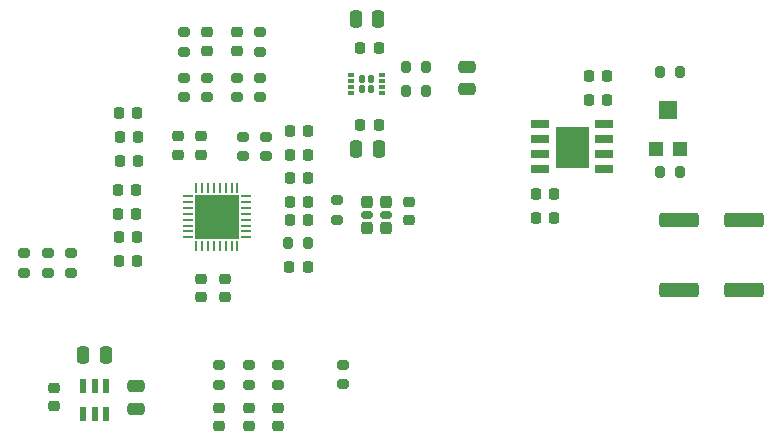
<source format=gbr>
%TF.GenerationSoftware,KiCad,Pcbnew,8.0.6*%
%TF.CreationDate,2024-12-30T16:19:15+01:00*%
%TF.ProjectId,pico-glitcher-v2.1-extension,7069636f-2d67-46c6-9974-636865722d76,rev?*%
%TF.SameCoordinates,PX3d09000PY6590fa0*%
%TF.FileFunction,Paste,Top*%
%TF.FilePolarity,Positive*%
%FSLAX46Y46*%
G04 Gerber Fmt 4.6, Leading zero omitted, Abs format (unit mm)*
G04 Created by KiCad (PCBNEW 8.0.6) date 2024-12-30 16:19:15*
%MOMM*%
%LPD*%
G01*
G04 APERTURE LIST*
G04 Aperture macros list*
%AMRoundRect*
0 Rectangle with rounded corners*
0 $1 Rounding radius*
0 $2 $3 $4 $5 $6 $7 $8 $9 X,Y pos of 4 corners*
0 Add a 4 corners polygon primitive as box body*
4,1,4,$2,$3,$4,$5,$6,$7,$8,$9,$2,$3,0*
0 Add four circle primitives for the rounded corners*
1,1,$1+$1,$2,$3*
1,1,$1+$1,$4,$5*
1,1,$1+$1,$6,$7*
1,1,$1+$1,$8,$9*
0 Add four rect primitives between the rounded corners*
20,1,$1+$1,$2,$3,$4,$5,0*
20,1,$1+$1,$4,$5,$6,$7,0*
20,1,$1+$1,$6,$7,$8,$9,0*
20,1,$1+$1,$8,$9,$2,$3,0*%
G04 Aperture macros list end*
%ADD10C,0.010000*%
%ADD11RoundRect,0.218750X0.256250X-0.218750X0.256250X0.218750X-0.256250X0.218750X-0.256250X-0.218750X0*%
%ADD12RoundRect,0.225000X0.250000X-0.225000X0.250000X0.225000X-0.250000X0.225000X-0.250000X-0.225000X0*%
%ADD13RoundRect,0.225000X-0.225000X-0.250000X0.225000X-0.250000X0.225000X0.250000X-0.225000X0.250000X0*%
%ADD14R,3.759200X3.759200*%
%ADD15R,0.254000X0.812800*%
%ADD16R,0.812800X0.254000*%
%ADD17RoundRect,0.200000X-0.275000X0.200000X-0.275000X-0.200000X0.275000X-0.200000X0.275000X0.200000X0*%
%ADD18RoundRect,0.250000X-0.250000X-0.475000X0.250000X-0.475000X0.250000X0.475000X-0.250000X0.475000X0*%
%ADD19R,1.200000X1.200000*%
%ADD20R,1.600000X1.500000*%
%ADD21RoundRect,0.200000X0.200000X0.275000X-0.200000X0.275000X-0.200000X-0.275000X0.200000X-0.275000X0*%
%ADD22RoundRect,0.225000X0.225000X0.250000X-0.225000X0.250000X-0.225000X-0.250000X0.225000X-0.250000X0*%
%ADD23RoundRect,0.250000X0.475000X-0.250000X0.475000X0.250000X-0.475000X0.250000X-0.475000X-0.250000X0*%
%ADD24RoundRect,0.225000X-0.250000X0.225000X-0.250000X-0.225000X0.250000X-0.225000X0.250000X0.225000X0*%
%ADD25RoundRect,0.250000X1.425000X-0.362500X1.425000X0.362500X-1.425000X0.362500X-1.425000X-0.362500X0*%
%ADD26RoundRect,0.200000X0.275000X-0.200000X0.275000X0.200000X-0.275000X0.200000X-0.275000X-0.200000X0*%
%ADD27RoundRect,0.200000X-0.200000X-0.275000X0.200000X-0.275000X0.200000X0.275000X-0.200000X0.275000X0*%
%ADD28RoundRect,0.250000X0.250000X0.275000X-0.250000X0.275000X-0.250000X-0.275000X0.250000X-0.275000X0*%
%ADD29RoundRect,0.162500X0.337500X0.162500X-0.337500X0.162500X-0.337500X-0.162500X0.337500X-0.162500X0*%
%ADD30RoundRect,0.015000X-0.760000X-0.285000X0.760000X-0.285000X0.760000X0.285000X-0.760000X0.285000X0*%
%ADD31RoundRect,0.087500X-0.200000X-0.087500X0.200000X-0.087500X0.200000X0.087500X-0.200000X0.087500X0*%
%ADD32RoundRect,0.145000X-0.145000X-0.205000X0.145000X-0.205000X0.145000X0.205000X-0.145000X0.205000X0*%
%ADD33RoundRect,0.218750X-0.256250X0.218750X-0.256250X-0.218750X0.256250X-0.218750X0.256250X0.218750X0*%
%ADD34R,0.558800X1.270000*%
G04 APERTURE END LIST*
D10*
%TO.C,U4*%
X58205000Y23950000D02*
X55495000Y23950000D01*
X55495000Y27350000D01*
X58205000Y27350000D01*
X58205000Y23950000D01*
G36*
X58205000Y23950000D02*
G01*
X55495000Y23950000D01*
X55495000Y27350000D01*
X58205000Y27350000D01*
X58205000Y23950000D01*
G37*
%TD*%
D11*
%TO.C,D3*%
X32000000Y3575000D03*
X32000000Y2000000D03*
%TD*%
D12*
%TO.C,C15*%
X25500000Y14500000D03*
X25500000Y12950000D03*
%TD*%
D13*
%TO.C,C30*%
X40500000Y27550000D03*
X38950000Y27550000D03*
%TD*%
D12*
%TO.C,C29*%
X13000000Y5275000D03*
X13000000Y3725000D03*
%TD*%
D14*
%TO.C,U1*%
X26801100Y19749999D03*
D15*
X25051101Y22201099D03*
X25551100Y22201099D03*
X26051099Y22201099D03*
X26551100Y22201099D03*
X27051100Y22201099D03*
X27551101Y22201099D03*
X28051100Y22201099D03*
X28551099Y22201099D03*
D16*
X29252200Y21499998D03*
X29252200Y20999999D03*
X29252200Y20500000D03*
X29252200Y19999999D03*
X29252200Y19499999D03*
X29252200Y18999998D03*
X29252200Y18499999D03*
X29252200Y18000000D03*
D15*
X28551099Y17298899D03*
X28051100Y17298899D03*
X27551101Y17298899D03*
X27051100Y17298899D03*
X26551100Y17298899D03*
X26051099Y17298899D03*
X25551100Y17298899D03*
X25051101Y17298899D03*
D16*
X24350000Y18000000D03*
X24350000Y18499999D03*
X24350000Y18999998D03*
X24350000Y19499999D03*
X24350000Y19999999D03*
X24350000Y20500000D03*
X24350000Y20999999D03*
X24350000Y21499998D03*
%TD*%
D17*
%TO.C,R12*%
X26000000Y29850000D03*
X26000000Y31500000D03*
%TD*%
D18*
%TO.C,C28*%
X40450000Y36500000D03*
X38550000Y36500000D03*
%TD*%
D13*
%TO.C,C27*%
X40500000Y34050000D03*
X38950000Y34050000D03*
%TD*%
D17*
%TO.C,R15*%
X30500000Y33700000D03*
X30500000Y35350000D03*
%TD*%
D19*
%TO.C,RV1*%
X66000000Y25500000D03*
D20*
X65000000Y28750000D03*
D19*
X64000000Y25500000D03*
%TD*%
D21*
%TO.C,R6*%
X32850000Y17500000D03*
X34500000Y17500000D03*
%TD*%
D22*
%TO.C,C1*%
X33000000Y21000000D03*
X34550000Y21000000D03*
%TD*%
%TO.C,C9*%
X33000000Y23000000D03*
X34550000Y23000000D03*
%TD*%
D23*
%TO.C,C32*%
X48000000Y32450000D03*
X48000000Y30550000D03*
%TD*%
D24*
%TO.C,C26*%
X26000000Y33800000D03*
X26000000Y35350000D03*
%TD*%
D25*
%TO.C,R20*%
X71420000Y19425000D03*
X71420000Y13500000D03*
%TD*%
D13*
%TO.C,C6*%
X20125000Y24500000D03*
X18575000Y24500000D03*
%TD*%
D26*
%TO.C,R2*%
X12500000Y16650000D03*
X12500000Y15000000D03*
%TD*%
D21*
%TO.C,R17*%
X42850000Y30397500D03*
X44500000Y30397500D03*
%TD*%
D13*
%TO.C,C13*%
X20000000Y22000000D03*
X18450000Y22000000D03*
%TD*%
D27*
%TO.C,R18*%
X44500000Y32397500D03*
X42850000Y32397500D03*
%TD*%
D22*
%TO.C,C2*%
X33000000Y19500000D03*
X34550000Y19500000D03*
%TD*%
D13*
%TO.C,C7*%
X20125000Y26500000D03*
X18575000Y26500000D03*
%TD*%
D28*
%TO.C,X1*%
X39500000Y18750000D03*
D29*
X39500000Y19875000D03*
D28*
X39500000Y21000000D03*
X41100000Y21000000D03*
D29*
X41100000Y19875000D03*
D28*
X41100000Y18750000D03*
%TD*%
D30*
%TO.C,U4*%
X59550000Y27555000D03*
X59550000Y26285000D03*
X59550000Y25015000D03*
X59550000Y23745000D03*
X54150000Y23745000D03*
X54150000Y25015000D03*
X54150000Y26285000D03*
X54150000Y27555000D03*
%TD*%
D26*
%TO.C,R5*%
X29000000Y26500000D03*
X29000000Y24850000D03*
%TD*%
D22*
%TO.C,C23*%
X53800000Y21650000D03*
X55350000Y21650000D03*
%TD*%
D31*
%TO.C,U3*%
X40772500Y31712500D03*
X40772500Y31212500D03*
X40772500Y30712500D03*
X40772500Y30212500D03*
X38197500Y30212500D03*
X38197500Y30712500D03*
X38197500Y31212500D03*
X38197500Y31712500D03*
D32*
X39850000Y30527500D03*
X39850000Y31397500D03*
X39120000Y30527500D03*
X39120000Y31397500D03*
%TD*%
D26*
%TO.C,R11*%
X28500000Y31500000D03*
X28500000Y29850000D03*
%TD*%
D18*
%TO.C,C31*%
X40500000Y25500000D03*
X38600000Y25500000D03*
%TD*%
D22*
%TO.C,C17*%
X33000000Y27000000D03*
X34550000Y27000000D03*
%TD*%
D23*
%TO.C,C19*%
X20000000Y5400000D03*
X20000000Y3500000D03*
%TD*%
D17*
%TO.C,R14*%
X24000000Y29850000D03*
X24000000Y31500000D03*
%TD*%
D33*
%TO.C,D2*%
X29500000Y2000000D03*
X29500000Y3575000D03*
%TD*%
D17*
%TO.C,R13*%
X30500000Y29850000D03*
X30500000Y31500000D03*
%TD*%
D22*
%TO.C,C24*%
X53800000Y19650000D03*
X55350000Y19650000D03*
%TD*%
D17*
%TO.C,R21*%
X37500000Y5540000D03*
X37500000Y7190000D03*
%TD*%
%TO.C,R8*%
X27000000Y5500000D03*
X27000000Y7150000D03*
%TD*%
D13*
%TO.C,C12*%
X20000000Y20000000D03*
X18450000Y20000000D03*
%TD*%
D21*
%TO.C,R19*%
X64350000Y32000000D03*
X66000000Y32000000D03*
%TD*%
D13*
%TO.C,C22*%
X59850000Y31650000D03*
X58300000Y31650000D03*
%TD*%
D17*
%TO.C,R10*%
X32000000Y5500000D03*
X32000000Y7150000D03*
%TD*%
D26*
%TO.C,R1*%
X10500000Y16650000D03*
X10500000Y15000000D03*
%TD*%
%TO.C,R7*%
X31000000Y26500000D03*
X31000000Y24850000D03*
%TD*%
D22*
%TO.C,C8*%
X32950000Y15500000D03*
X34500000Y15500000D03*
%TD*%
D26*
%TO.C,R3*%
X14500000Y16650000D03*
X14500000Y15000000D03*
%TD*%
D24*
%TO.C,C18*%
X25500000Y25000000D03*
X25500000Y26550000D03*
%TD*%
D13*
%TO.C,C16*%
X20050000Y28500000D03*
X18500000Y28500000D03*
%TD*%
D12*
%TO.C,C14*%
X27500000Y14500000D03*
X27500000Y12950000D03*
%TD*%
D13*
%TO.C,C21*%
X59850000Y29650000D03*
X58300000Y29650000D03*
%TD*%
D22*
%TO.C,C10*%
X33000000Y25000000D03*
X34550000Y25000000D03*
%TD*%
D24*
%TO.C,C25*%
X28500000Y33800000D03*
X28500000Y35350000D03*
%TD*%
D18*
%TO.C,C20*%
X17400000Y8000000D03*
X15500000Y8000000D03*
%TD*%
D17*
%TO.C,R4*%
X37000000Y19500000D03*
X37000000Y21150000D03*
%TD*%
D13*
%TO.C,C4*%
X20050000Y16000000D03*
X18500000Y16000000D03*
%TD*%
D25*
%TO.C,R23*%
X65957500Y19425000D03*
X65957500Y13500000D03*
%TD*%
D24*
%TO.C,C3*%
X43050000Y19450000D03*
X43050000Y21000000D03*
%TD*%
D26*
%TO.C,R9*%
X29500000Y7150000D03*
X29500000Y5500000D03*
%TD*%
D13*
%TO.C,C5*%
X20050000Y18000000D03*
X18500000Y18000000D03*
%TD*%
D21*
%TO.C,R22*%
X64350000Y23500000D03*
X66000000Y23500000D03*
%TD*%
D24*
%TO.C,C11*%
X23500000Y25000000D03*
X23500000Y26550000D03*
%TD*%
D17*
%TO.C,R16*%
X24000000Y33700000D03*
X24000000Y35350000D03*
%TD*%
D11*
%TO.C,D1*%
X27000000Y3575000D03*
X27000000Y2000000D03*
%TD*%
D34*
%TO.C,U2*%
X17400002Y3000000D03*
X16450001Y3000000D03*
X15500000Y3000000D03*
X15500000Y5438400D03*
X16450001Y5438400D03*
X17400002Y5438400D03*
%TD*%
M02*

</source>
